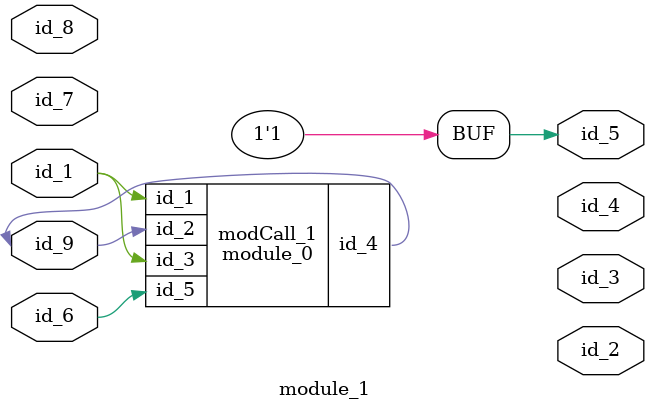
<source format=v>
module module_0 (
    id_1,
    id_2,
    id_3,
    id_4,
    id_5
);
  input wire id_5;
  inout wire id_4;
  input wire id_3;
  input wire id_2;
  input wire id_1;
  assign id_4 = id_4;
  wire id_6;
  wand id_7, id_8;
  if (1) assign id_7 = 1;
  assign id_6 = id_4;
endmodule
module module_1 (
    id_1,
    id_2,
    id_3,
    id_4,
    id_5,
    id_6,
    id_7,
    id_8,
    id_9
);
  inout wire id_9;
  input wire id_8;
  inout wire id_7;
  inout wire id_6;
  output wire id_5;
  output wire id_4;
  output wire id_3;
  output wire id_2;
  inout wire id_1;
  initial id_5 <= 1;
  module_0 modCall_1 (
      id_1,
      id_9,
      id_1,
      id_9,
      id_6
  );
endmodule

</source>
